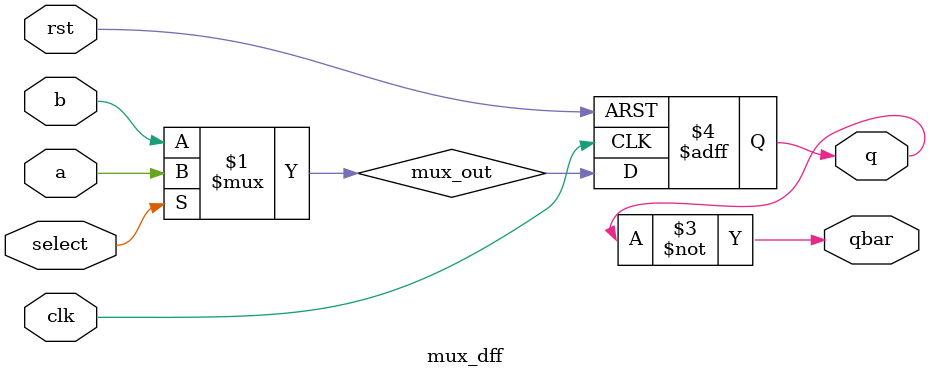
<source format=v>
module mux_dff(a,b,select,clk,rst,q,qbar);
  input a,b;
  input select;
  input clk;
  input rst;
  output reg q;
  output  qbar;

wire mux_out;

assign mux_out = select?a:b;
  
  
  always @(posedge clk or posedge rst)
begin

  if(rst)
    q<=0;
  else
    q<=mux_out;

end
assign qbar = ~q;
endmodule

</source>
